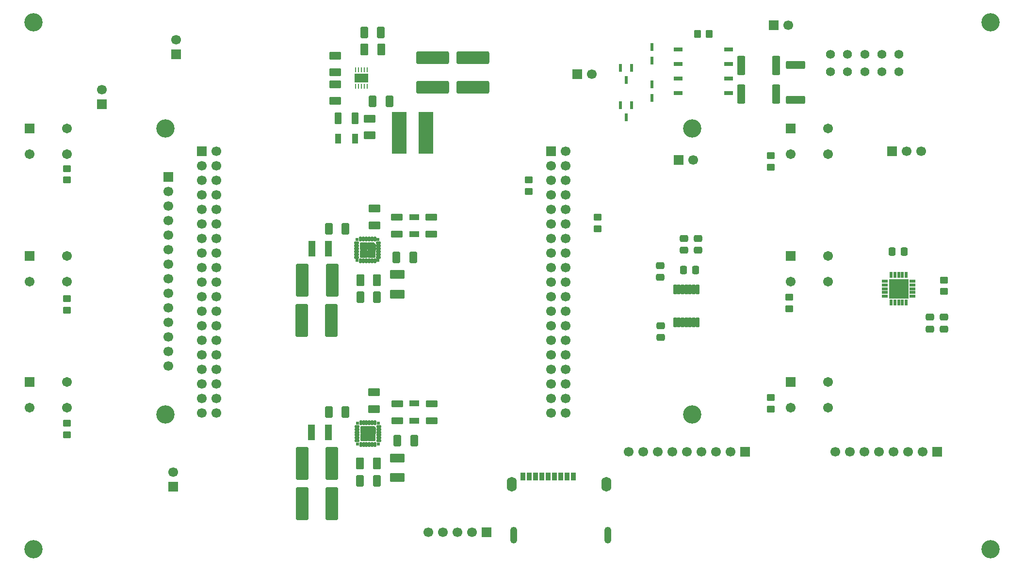
<source format=gbr>
%TF.GenerationSoftware,KiCad,Pcbnew,9.0.7*%
%TF.CreationDate,2026-02-03T01:52:57-04:00*%
%TF.ProjectId,power regulation,706f7765-7220-4726-9567-756c6174696f,1*%
%TF.SameCoordinates,Original*%
%TF.FileFunction,Soldermask,Top*%
%TF.FilePolarity,Negative*%
%FSLAX46Y46*%
G04 Gerber Fmt 4.6, Leading zero omitted, Abs format (unit mm)*
G04 Created by KiCad (PCBNEW 9.0.7) date 2026-02-03 01:52:57*
%MOMM*%
%LPD*%
G01*
G04 APERTURE LIST*
G04 Aperture macros list*
%AMRoundRect*
0 Rectangle with rounded corners*
0 $1 Rounding radius*
0 $2 $3 $4 $5 $6 $7 $8 $9 X,Y pos of 4 corners*
0 Add a 4 corners polygon primitive as box body*
4,1,4,$2,$3,$4,$5,$6,$7,$8,$9,$2,$3,0*
0 Add four circle primitives for the rounded corners*
1,1,$1+$1,$2,$3*
1,1,$1+$1,$4,$5*
1,1,$1+$1,$6,$7*
1,1,$1+$1,$8,$9*
0 Add four rect primitives between the rounded corners*
20,1,$1+$1,$2,$3,$4,$5,0*
20,1,$1+$1,$4,$5,$6,$7,0*
20,1,$1+$1,$6,$7,$8,$9,0*
20,1,$1+$1,$8,$9,$2,$3,0*%
G04 Aperture macros list end*
%ADD10C,0.010000*%
%ADD11R,1.700000X1.700000*%
%ADD12C,1.700000*%
%ADD13R,1.803400X1.117600*%
%ADD14RoundRect,0.250000X0.450000X-0.350000X0.450000X0.350000X-0.450000X0.350000X-0.450000X-0.350000X0*%
%ADD15RoundRect,0.250000X-0.475000X0.337500X-0.475000X-0.337500X0.475000X-0.337500X0.475000X0.337500X0*%
%ADD16R,0.584200X1.473200*%
%ADD17RoundRect,0.275500X-0.826500X-2.586500X0.826500X-2.586500X0.826500X2.586500X-0.826500X2.586500X0*%
%ADD18R,1.168400X2.692400*%
%ADD19RoundRect,0.175500X0.526500X0.836500X-0.526500X0.836500X-0.526500X-0.836500X0.526500X-0.836500X0*%
%ADD20C,3.200000*%
%ADD21RoundRect,0.102000X0.885000X-0.525000X0.885000X0.525000X-0.885000X0.525000X-0.885000X-0.525000X0*%
%ADD22RoundRect,0.102000X-0.754000X-0.754000X0.754000X-0.754000X0.754000X0.754000X-0.754000X0.754000X0*%
%ADD23C,1.712000*%
%ADD24RoundRect,0.102000X0.525000X0.885000X-0.525000X0.885000X-0.525000X-0.885000X0.525000X-0.885000X0*%
%ADD25RoundRect,0.249999X1.425001X-0.450001X1.425001X0.450001X-1.425001X0.450001X-1.425001X-0.450001X0*%
%ADD26RoundRect,0.102000X-1.150000X0.625000X-1.150000X-0.625000X1.150000X-0.625000X1.150000X0.625000X0*%
%ADD27RoundRect,0.275500X2.586500X-0.826500X2.586500X0.826500X-2.586500X0.826500X-2.586500X-0.826500X0*%
%ADD28RoundRect,0.250000X-0.350000X-0.450000X0.350000X-0.450000X0.350000X0.450000X-0.350000X0.450000X0*%
%ADD29R,0.508000X1.320800*%
%ADD30R,1.117600X1.803400*%
%ADD31RoundRect,0.175500X-0.836500X0.526500X-0.836500X-0.526500X0.836500X-0.526500X0.836500X0.526500X0*%
%ADD32RoundRect,0.170500X-0.511500X-0.816500X0.511500X-0.816500X0.511500X0.816500X-0.511500X0.816500X0*%
%ADD33RoundRect,0.102000X-0.885000X0.570000X-0.885000X-0.570000X0.885000X-0.570000X0.885000X0.570000X0*%
%ADD34R,1.650000X0.700000*%
%ADD35RoundRect,0.065500X0.456500X0.196500X-0.456500X0.196500X-0.456500X-0.196500X0.456500X-0.196500X0*%
%ADD36RoundRect,0.065500X0.196500X0.456500X-0.196500X0.456500X-0.196500X-0.456500X0.196500X-0.456500X0*%
%ADD37RoundRect,0.102000X1.625000X1.625000X-1.625000X1.625000X-1.625000X-1.625000X1.625000X-1.625000X0*%
%ADD38RoundRect,0.250000X0.475000X-0.337500X0.475000X0.337500X-0.475000X0.337500X-0.475000X-0.337500X0*%
%ADD39RoundRect,0.170500X0.511500X0.816500X-0.511500X0.816500X-0.511500X-0.816500X0.511500X-0.816500X0*%
%ADD40RoundRect,0.249999X-0.450001X-1.425001X0.450001X-1.425001X0.450001X1.425001X-0.450001X1.425001X0*%
%ADD41RoundRect,0.102000X-0.350000X-0.600000X0.350000X-0.600000X0.350000X0.600000X-0.350000X0.600000X0*%
%ADD42O,1.754000X2.554000*%
%ADD43O,1.254000X2.904000*%
%ADD44RoundRect,0.250000X0.337500X0.475000X-0.337500X0.475000X-0.337500X-0.475000X0.337500X-0.475000X0*%
%ADD45RoundRect,0.102000X0.885000X-0.565000X0.885000X0.565000X-0.885000X0.565000X-0.885000X-0.565000X0*%
%ADD46RoundRect,0.250000X-0.450000X0.350000X-0.450000X-0.350000X0.450000X-0.350000X0.450000X0.350000X0*%
%ADD47RoundRect,0.102000X-0.125000X0.350000X-0.125000X-0.350000X0.125000X-0.350000X0.125000X0.350000X0*%
%ADD48RoundRect,0.102000X-0.350000X0.125000X-0.350000X-0.125000X0.350000X-0.125000X0.350000X0.125000X0*%
%ADD49RoundRect,0.102000X-0.562500X0.562500X-0.562500X-0.562500X0.562500X-0.562500X0.562500X0.562500X0*%
%ADD50RoundRect,0.102000X-0.187500X0.187500X-0.187500X-0.187500X0.187500X-0.187500X0.187500X0.187500X0*%
%ADD51R,0.254000X0.812800*%
%ADD52R,2.483491X1.558110*%
%ADD53C,1.574800*%
%ADD54RoundRect,0.175500X0.836500X-0.526500X0.836500X0.526500X-0.836500X0.526500X-0.836500X-0.526500X0*%
%ADD55RoundRect,0.102000X-0.885000X0.525000X-0.885000X-0.525000X0.885000X-0.525000X0.885000X0.525000X0*%
%ADD56RoundRect,0.076750X-0.230250X0.775250X-0.230250X-0.775250X0.230250X-0.775250X0.230250X0.775250X0*%
%ADD57RoundRect,0.175500X-0.526500X-0.836500X0.526500X-0.836500X0.526500X0.836500X-0.526500X0.836500X0*%
%ADD58R,2.590800X7.289800*%
G04 APERTURE END LIST*
D10*
%TO.C,U2*%
X133137500Y-84708000D02*
X133137500Y-85750000D01*
X131812500Y-85750000D01*
X131812500Y-84425000D01*
X132854500Y-84425000D01*
X133137500Y-84708000D01*
G36*
X133137500Y-84708000D02*
G01*
X133137500Y-85750000D01*
X131812500Y-85750000D01*
X131812500Y-84425000D01*
X132854500Y-84425000D01*
X133137500Y-84708000D01*
G37*
%TO.C,U1*%
X133184500Y-116765500D02*
X133184500Y-117807500D01*
X131859500Y-117807500D01*
X131859500Y-116482500D01*
X132901500Y-116482500D01*
X133184500Y-116765500D01*
G36*
X133184500Y-116765500D02*
G01*
X133184500Y-117807500D01*
X131859500Y-117807500D01*
X131859500Y-116482500D01*
X132901500Y-116482500D01*
X133184500Y-116765500D01*
G37*
%TD*%
D11*
%TO.C,STM_CN10*%
X163862500Y-68500000D03*
D12*
X166402500Y-68500000D03*
X163862500Y-71040000D03*
X166402500Y-71040000D03*
X163862500Y-73580000D03*
X166402500Y-73580000D03*
X163862500Y-76120000D03*
X166402500Y-76120000D03*
X163862500Y-78660000D03*
X166402500Y-78660000D03*
X163862500Y-81200000D03*
X166402500Y-81200000D03*
X163862500Y-83740000D03*
X166402500Y-83740000D03*
X163862500Y-86280000D03*
X166402500Y-86280000D03*
X163862500Y-88820000D03*
X166402500Y-88820000D03*
X163862500Y-91360000D03*
X166402500Y-91360000D03*
X163862500Y-93900000D03*
X166402500Y-93900000D03*
X163862500Y-96440000D03*
X166402500Y-96440000D03*
X163862500Y-98980000D03*
X166402500Y-98980000D03*
X163862500Y-101520000D03*
X166402500Y-101520000D03*
X163862500Y-104060000D03*
X166402500Y-104060000D03*
X163862500Y-106600000D03*
X166402500Y-106600000D03*
X163862500Y-109140000D03*
X166402500Y-109140000D03*
X163862500Y-111680000D03*
X166402500Y-111680000D03*
X163862500Y-114220000D03*
X166402500Y-114220000D03*
%TD*%
D11*
%TO.C,J1*%
X168412500Y-55000000D03*
D12*
X170952500Y-55000000D03*
%TD*%
D13*
%TO.C,C26*%
X139912500Y-80001400D03*
X139912500Y-82998600D03*
%TD*%
D14*
%TO.C,RB2*%
X79337500Y-96250000D03*
X79337500Y-94250000D03*
%TD*%
D15*
%TO.C,C40*%
X229912500Y-97462500D03*
X229912500Y-99537500D03*
%TD*%
D16*
%TO.C,M1*%
X177862501Y-53933200D03*
X175962499Y-53933200D03*
X176912500Y-56066800D03*
%TD*%
D17*
%TO.C,C3*%
X120290000Y-98000000D03*
X125500000Y-98000000D03*
%TD*%
D18*
%TO.C,L1*%
X124932700Y-117557500D03*
X121986300Y-117557500D03*
%TD*%
D19*
%TO.C,C13*%
X133419500Y-123057500D03*
X130499500Y-123057500D03*
%TD*%
D11*
%TO.C,+ Ref_Res -*%
X202725000Y-46500000D03*
D12*
X205265000Y-46500000D03*
%TD*%
D20*
%TO.C,REF\u002A\u002A*%
X240500000Y-46000000D03*
%TD*%
D21*
%TO.C,R23*%
X142912500Y-82970000D03*
X142912500Y-80000000D03*
%TD*%
D22*
%TO.C,PB-5*%
X205662500Y-86750000D03*
D23*
X212162500Y-86750000D03*
X205662500Y-91250000D03*
X212162500Y-91250000D03*
%TD*%
D24*
%TO.C,R32*%
X129647500Y-62750000D03*
X126677500Y-62750000D03*
%TD*%
D25*
%TO.C,Rref*%
X206500000Y-59550000D03*
X206500000Y-53450000D03*
%TD*%
D26*
%TO.C,R11*%
X136959500Y-122057500D03*
X136959500Y-125507500D03*
%TD*%
D27*
%TO.C,C31*%
X143162500Y-57355000D03*
X143162500Y-52145000D03*
%TD*%
D11*
%TO.C,RTD*%
X223332500Y-68500000D03*
D12*
X225872500Y-68500000D03*
X228412500Y-68500000D03*
%TD*%
D13*
%TO.C,C16*%
X139959500Y-112558900D03*
X139959500Y-115556100D03*
%TD*%
D28*
%TO.C,R_sink3*%
X189412500Y-48000000D03*
X191412500Y-48000000D03*
%TD*%
D22*
%TO.C,PB-4*%
X205662500Y-64500000D03*
D23*
X212162500Y-64500000D03*
X205662500Y-69000000D03*
X212162500Y-69000000D03*
%TD*%
D29*
%TO.C,D2*%
X181412500Y-56806200D03*
X181412500Y-59193800D03*
%TD*%
D11*
%TO.C,MAX31856*%
X197660000Y-121000000D03*
D12*
X195120000Y-121000000D03*
X192580000Y-121000000D03*
X190040000Y-121000000D03*
X187500000Y-121000000D03*
X184960000Y-121000000D03*
X182420000Y-121000000D03*
X179880000Y-121000000D03*
X177340000Y-121000000D03*
%TD*%
D14*
%TO.C,R_sink2*%
X159912500Y-75500000D03*
X159912500Y-73500000D03*
%TD*%
D15*
%TO.C,C35*%
X182912500Y-88462500D03*
X182912500Y-90537500D03*
%TD*%
D30*
%TO.C,C32*%
X129661100Y-66250000D03*
X126663900Y-66250000D03*
%TD*%
D22*
%TO.C,PB-6*%
X205662500Y-108750000D03*
D23*
X212162500Y-108750000D03*
X205662500Y-113250000D03*
X212162500Y-113250000D03*
%TD*%
D31*
%TO.C,C17*%
X132959500Y-110597500D03*
X132959500Y-113517500D03*
%TD*%
D32*
%TO.C,C29*%
X125047000Y-82000000D03*
X127953000Y-82000000D03*
%TD*%
D33*
%TO.C,R31*%
X126162500Y-51810000D03*
X126162500Y-54690000D03*
%TD*%
D34*
%TO.C,U4*%
X185987500Y-50690000D03*
X185987500Y-53230000D03*
X185987500Y-55770000D03*
X185987500Y-58310000D03*
X194837500Y-58310000D03*
X194837500Y-55770000D03*
X194837500Y-53230000D03*
X194837500Y-50690000D03*
%TD*%
D35*
%TO.C,U6*%
X226935000Y-93800000D03*
X226935000Y-93150000D03*
X226935000Y-92500000D03*
X226935000Y-91850000D03*
X226935000Y-91200000D03*
D36*
X225800000Y-90065000D03*
X225150000Y-90065000D03*
X224500000Y-90065000D03*
X223850000Y-90065000D03*
X223200000Y-90065000D03*
D35*
X222065000Y-91200000D03*
X222065000Y-91850000D03*
X222065000Y-92500000D03*
X222065000Y-93150000D03*
X222065000Y-93800000D03*
D36*
X223200000Y-94935000D03*
X223850000Y-94935000D03*
X224500000Y-94935000D03*
X225150000Y-94935000D03*
X225800000Y-94935000D03*
D37*
X224500000Y-92500000D03*
%TD*%
D38*
%TO.C,C39*%
X232412500Y-99537500D03*
X232412500Y-97462500D03*
%TD*%
D39*
%TO.C,C33*%
X135615500Y-59750000D03*
X132709500Y-59750000D03*
%TD*%
D40*
%TO.C,Rh2*%
X197000000Y-58500000D03*
X203100000Y-58500000D03*
%TD*%
D21*
%TO.C,R13*%
X142959500Y-115541100D03*
X142959500Y-112571100D03*
%TD*%
D39*
%TO.C,C25*%
X139750000Y-87000000D03*
X136844000Y-87000000D03*
%TD*%
D41*
%TO.C,SD_Reader*%
X167750000Y-125300000D03*
X166650000Y-125300000D03*
X165550000Y-125300000D03*
X164450000Y-125300000D03*
X163350000Y-125300000D03*
X162250000Y-125300000D03*
X161150000Y-125300000D03*
X160050000Y-125300000D03*
X158950000Y-125300000D03*
D42*
X157000000Y-126650000D03*
X173450000Y-126650000D03*
D43*
X157300000Y-135550000D03*
X173700000Y-135550000D03*
%TD*%
D15*
%TO.C,C30*%
X183000000Y-98962500D03*
X183000000Y-101037500D03*
%TD*%
D22*
%TO.C,PB-3*%
X72837500Y-108750000D03*
D23*
X79337500Y-108750000D03*
X72837500Y-113250000D03*
X79337500Y-113250000D03*
%TD*%
D15*
%TO.C,C36*%
X187012500Y-83692500D03*
X187012500Y-85767500D03*
%TD*%
D40*
%TO.C,Rh1*%
X197000000Y-53500000D03*
X203100000Y-53500000D03*
%TD*%
D11*
%TO.C,J3*%
X85385000Y-60275000D03*
D12*
X85385000Y-57735000D03*
%TD*%
D44*
%TO.C,C37*%
X189050000Y-89230000D03*
X186975000Y-89230000D03*
%TD*%
D20*
%TO.C,REF\u002A\u002A*%
X73500000Y-138000000D03*
%TD*%
D14*
%TO.C,RB1*%
X79337500Y-73500000D03*
X79337500Y-71500000D03*
%TD*%
D11*
%TO.C,TFT_DISPLAY_Pinout*%
X97000000Y-72960000D03*
D12*
X97000000Y-75500000D03*
X97000000Y-78040000D03*
X97000000Y-80580000D03*
X97000000Y-83120000D03*
X97000000Y-85660000D03*
X97000000Y-88200000D03*
X97000000Y-90740000D03*
X97000000Y-93280000D03*
X97000000Y-95820000D03*
X97000000Y-98360000D03*
X97000000Y-100900000D03*
X97000000Y-103440000D03*
X97000000Y-105980000D03*
%TD*%
D11*
%TO.C,MAX31865*%
X231200000Y-121000000D03*
D12*
X228660000Y-121000000D03*
X226120000Y-121000000D03*
X223580000Y-121000000D03*
X221040000Y-121000000D03*
X218500000Y-121000000D03*
X215960000Y-121000000D03*
X213420000Y-121000000D03*
%TD*%
D18*
%TO.C,L2*%
X125000000Y-85500000D03*
X122053600Y-85500000D03*
%TD*%
D11*
%TO.C,J2*%
X97912500Y-127040000D03*
D12*
X97912500Y-124500000D03*
%TD*%
D45*
%TO.C,R33*%
X126162500Y-59670000D03*
X126162500Y-56830000D03*
%TD*%
D46*
%TO.C,Rref*%
X232412500Y-91000000D03*
X232412500Y-93000000D03*
%TD*%
D22*
%TO.C,PB-1*%
X72837500Y-64500000D03*
D23*
X79337500Y-64500000D03*
X72837500Y-69000000D03*
X79337500Y-69000000D03*
%TD*%
D47*
%TO.C,U2*%
X133062500Y-83850000D03*
X132562500Y-83850000D03*
X132062500Y-83850000D03*
X131562500Y-83850000D03*
X131062500Y-83850000D03*
X130562500Y-83850000D03*
D48*
X129912500Y-84500000D03*
X129912500Y-85000000D03*
X129912500Y-85500000D03*
X129912500Y-86000000D03*
X129912500Y-86500000D03*
X129912500Y-87000000D03*
D47*
X130562500Y-87650000D03*
X131062500Y-87650000D03*
X131562500Y-87650000D03*
X132062500Y-87650000D03*
X132562500Y-87650000D03*
X133062500Y-87650000D03*
D48*
X133712500Y-87000000D03*
X133712500Y-86500000D03*
X133712500Y-86000000D03*
X133712500Y-85500000D03*
X133712500Y-85000000D03*
X133712500Y-84500000D03*
D49*
X132475000Y-86412500D03*
X131150000Y-85087500D03*
X131150000Y-86412500D03*
D50*
X133625000Y-83937500D03*
X133625000Y-87562500D03*
X130000000Y-83937500D03*
X130000000Y-87562500D03*
%TD*%
D51*
%TO.C,U3*%
X131709500Y-54250000D03*
X131209498Y-54250000D03*
X130709499Y-54250000D03*
X130209500Y-54250000D03*
X129709498Y-54250000D03*
X129709498Y-57145600D03*
X130209500Y-57145600D03*
X130709499Y-57145600D03*
X131209498Y-57145600D03*
X131709500Y-57145600D03*
D52*
X130706647Y-55677906D03*
%TD*%
D53*
%TO.C,Connector*%
X212572902Y-51564301D03*
X215572901Y-51564301D03*
X218572900Y-51564301D03*
X221572899Y-51564301D03*
X224572898Y-51564301D03*
X212572902Y-54564300D03*
X215572901Y-54564300D03*
X218572900Y-54564300D03*
X221572899Y-54564300D03*
X224572898Y-54564300D03*
%TD*%
D54*
%TO.C,C34*%
X132162500Y-65710000D03*
X132162500Y-62790000D03*
%TD*%
D17*
%TO.C,C28*%
X120395000Y-91000000D03*
X125605000Y-91000000D03*
%TD*%
D19*
%TO.C,C23*%
X133460000Y-91000000D03*
X130540000Y-91000000D03*
%TD*%
D55*
%TO.C,R12*%
X136959500Y-112571100D03*
X136959500Y-115541100D03*
%TD*%
D20*
%TO.C,hole*%
X96500000Y-64500000D03*
%TD*%
%TO.C,REF\u002A\u002A*%
X73500000Y-46000000D03*
%TD*%
D31*
%TO.C,C27*%
X133000000Y-78500000D03*
X133000000Y-81420000D03*
%TD*%
D20*
%TO.C,hole*%
X188500000Y-114500000D03*
%TD*%
D32*
%TO.C,C7*%
X131209500Y-47750000D03*
X134115500Y-47750000D03*
%TD*%
D11*
%TO.C,GPS_Pinout*%
X152580000Y-135000000D03*
D12*
X150040000Y-135000000D03*
X147500000Y-135000000D03*
X144960000Y-135000000D03*
X142420000Y-135000000D03*
%TD*%
D14*
%TO.C,RB3*%
X79337500Y-118000000D03*
X79337500Y-116000000D03*
%TD*%
%TO.C,RB4*%
X202162500Y-71250000D03*
X202162500Y-69250000D03*
%TD*%
D32*
%TO.C,C19*%
X125006500Y-114057500D03*
X127912500Y-114057500D03*
%TD*%
D11*
%TO.C,Thermocouple*%
X186087500Y-70000000D03*
D12*
X188627500Y-70000000D03*
%TD*%
D56*
%TO.C,U5*%
X189362500Y-92615000D03*
X188712500Y-92615000D03*
X188062500Y-92615000D03*
X187412500Y-92615000D03*
X186762500Y-92615000D03*
X186112500Y-92615000D03*
X185462500Y-92615000D03*
X185462500Y-98385000D03*
X186112500Y-98385000D03*
X186762500Y-98385000D03*
X187412500Y-98385000D03*
X188062500Y-98385000D03*
X188712500Y-98385000D03*
X189362500Y-98385000D03*
%TD*%
D26*
%TO.C,R21*%
X137000000Y-90000000D03*
X137000000Y-93450000D03*
%TD*%
D22*
%TO.C,PB-2*%
X72837500Y-86750000D03*
D23*
X79337500Y-86750000D03*
X72837500Y-91250000D03*
X79337500Y-91250000D03*
%TD*%
D11*
%TO.C,J1*%
X98412500Y-51540000D03*
D12*
X98412500Y-49000000D03*
%TD*%
D39*
%TO.C,C15*%
X139912500Y-119057500D03*
X137006500Y-119057500D03*
%TD*%
D14*
%TO.C,RB5*%
X205412500Y-96000000D03*
X205412500Y-94000000D03*
%TD*%
D27*
%TO.C,C4*%
X150162500Y-57355000D03*
X150162500Y-52145000D03*
%TD*%
D20*
%TO.C,hole*%
X188500000Y-64500000D03*
%TD*%
D57*
%TO.C,C1*%
X131249500Y-50750000D03*
X134169500Y-50750000D03*
%TD*%
D32*
%TO.C,C6*%
X130547000Y-94000000D03*
X133453000Y-94000000D03*
%TD*%
D17*
%TO.C,C2*%
X120354500Y-130057500D03*
X125564500Y-130057500D03*
%TD*%
D16*
%TO.C,M2*%
X177862501Y-60433200D03*
X175962499Y-60433200D03*
X176912500Y-62566800D03*
%TD*%
D46*
%TO.C,RB6*%
X202162500Y-111500000D03*
X202162500Y-113500000D03*
%TD*%
D55*
%TO.C,R22*%
X136912500Y-80015000D03*
X136912500Y-82985000D03*
%TD*%
D14*
%TO.C,R_sink1*%
X171912500Y-82000000D03*
X171912500Y-80000000D03*
%TD*%
D20*
%TO.C,hole*%
X96500000Y-114500000D03*
%TD*%
%TO.C,REF\u002A\u002A*%
X240500000Y-138000000D03*
%TD*%
D44*
%TO.C,C41*%
X225450000Y-86000000D03*
X223375000Y-86000000D03*
%TD*%
D58*
%TO.C,L3*%
X137313000Y-65250000D03*
X142012000Y-65250000D03*
%TD*%
D29*
%TO.C,D1*%
X181412500Y-50306200D03*
X181412500Y-52693800D03*
%TD*%
D17*
%TO.C,C18*%
X120354500Y-123057500D03*
X125564500Y-123057500D03*
%TD*%
D38*
%TO.C,C38*%
X189512500Y-85767500D03*
X189512500Y-83692500D03*
%TD*%
D11*
%TO.C,STM_CN7*%
X102862500Y-68500000D03*
D12*
X105402500Y-68500000D03*
X102862500Y-71040000D03*
X105402500Y-71040000D03*
X102862500Y-73580000D03*
X105402500Y-73580000D03*
X102862500Y-76120000D03*
X105402500Y-76120000D03*
X102862500Y-78660000D03*
X105402500Y-78660000D03*
X102862500Y-81200000D03*
X105402500Y-81200000D03*
X102862500Y-83740000D03*
X105402500Y-83740000D03*
X102862500Y-86280000D03*
X105402500Y-86280000D03*
X102862500Y-88820000D03*
X105402500Y-88820000D03*
X102862500Y-91360000D03*
X105402500Y-91360000D03*
X102862500Y-93900000D03*
X105402500Y-93900000D03*
X102862500Y-96440000D03*
X105402500Y-96440000D03*
X102862500Y-98980000D03*
X105402500Y-98980000D03*
X102862500Y-101520000D03*
X105402500Y-101520000D03*
X102862500Y-104060000D03*
X105402500Y-104060000D03*
X102862500Y-106600000D03*
X105402500Y-106600000D03*
X102862500Y-109140000D03*
X105402500Y-109140000D03*
X102862500Y-111680000D03*
X105402500Y-111680000D03*
X102862500Y-114220000D03*
X105402500Y-114220000D03*
%TD*%
D32*
%TO.C,C5*%
X130506500Y-126057500D03*
X133412500Y-126057500D03*
%TD*%
D47*
%TO.C,U1*%
X133109500Y-115907500D03*
X132609500Y-115907500D03*
X132109500Y-115907500D03*
X131609500Y-115907500D03*
X131109500Y-115907500D03*
X130609500Y-115907500D03*
D48*
X129959500Y-116557500D03*
X129959500Y-117057500D03*
X129959500Y-117557500D03*
X129959500Y-118057500D03*
X129959500Y-118557500D03*
X129959500Y-119057500D03*
D47*
X130609500Y-119707500D03*
X131109500Y-119707500D03*
X131609500Y-119707500D03*
X132109500Y-119707500D03*
X132609500Y-119707500D03*
X133109500Y-119707500D03*
D48*
X133759500Y-119057500D03*
X133759500Y-118557500D03*
X133759500Y-118057500D03*
X133759500Y-117557500D03*
X133759500Y-117057500D03*
X133759500Y-116557500D03*
D49*
X132522000Y-118470000D03*
X131197000Y-117145000D03*
X131197000Y-118470000D03*
D50*
X133672000Y-115995000D03*
X133672000Y-119620000D03*
X130047000Y-115995000D03*
X130047000Y-119620000D03*
%TD*%
M02*

</source>
